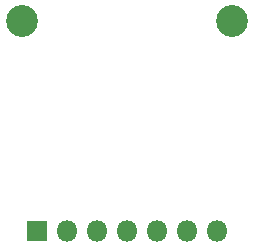
<source format=gbr>
%TF.GenerationSoftware,KiCad,Pcbnew,5.1.6-c6e7f7d~86~ubuntu18.04.1*%
%TF.CreationDate,2020-05-18T18:47:09-04:00*%
%TF.ProjectId,battery,62617474-6572-4792-9e6b-696361645f70,rev?*%
%TF.SameCoordinates,Original*%
%TF.FileFunction,Soldermask,Bot*%
%TF.FilePolarity,Negative*%
%FSLAX46Y46*%
G04 Gerber Fmt 4.6, Leading zero omitted, Abs format (unit mm)*
G04 Created by KiCad (PCBNEW 5.1.6-c6e7f7d~86~ubuntu18.04.1) date 2020-05-18 18:47:09*
%MOMM*%
%LPD*%
G01*
G04 APERTURE LIST*
%ADD10O,1.800000X1.800000*%
%ADD11R,1.800000X1.800000*%
%ADD12C,2.700000*%
G04 APERTURE END LIST*
D10*
%TO.C,J1*%
X151130000Y-101600000D03*
X148590000Y-101600000D03*
X146050000Y-101600000D03*
X143510000Y-101600000D03*
X140970000Y-101600000D03*
X138430000Y-101600000D03*
D11*
X135890000Y-101600000D03*
%TD*%
D12*
%TO.C,J3*%
X152400000Y-83820000D03*
%TD*%
%TO.C,J2*%
X134620000Y-83820000D03*
%TD*%
M02*

</source>
